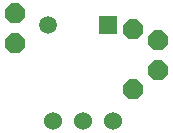
<source format=gbr>
G04 EAGLE Gerber RS-274X export*
G75*
%MOMM*%
%FSLAX34Y34*%
%LPD*%
%INBottom Copper*%
%IPPOS*%
%AMOC8*
5,1,8,0,0,1.08239X$1,22.5*%
G01*
%ADD10R,1.508000X1.508000*%
%ADD11C,1.508000*%
%ADD12P,1.814519X8X112.500000*%
%ADD13P,1.814519X8X292.500000*%
%ADD14C,1.524000*%


D10*
X178660Y148561D03*
D11*
X127660Y148561D03*
D12*
X221183Y110236D03*
X221183Y135636D03*
D13*
X199847Y144501D03*
X199847Y93701D03*
D12*
X99797Y132791D03*
X99797Y158191D03*
D14*
X131928Y67158D03*
X157328Y67158D03*
X182728Y67158D03*
M02*

</source>
